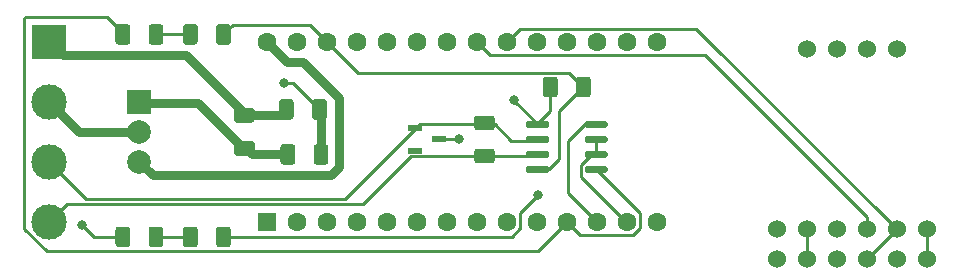
<source format=gbr>
%TF.GenerationSoftware,KiCad,Pcbnew,(5.1.6)-1*%
%TF.CreationDate,2022-04-26T10:23:00-04:00*%
%TF.ProjectId,rs485_5vreg_tray_short_v2,72733438-355f-4357-9672-65675f747261,v2*%
%TF.SameCoordinates,Original*%
%TF.FileFunction,Copper,L1,Top*%
%TF.FilePolarity,Positive*%
%FSLAX46Y46*%
G04 Gerber Fmt 4.6, Leading zero omitted, Abs format (unit mm)*
G04 Created by KiCad (PCBNEW (5.1.6)-1) date 2022-04-26 10:23:00*
%MOMM*%
%LPD*%
G01*
G04 APERTURE LIST*
%TA.AperFunction,ComponentPad*%
%ADD10C,1.524000*%
%TD*%
%TA.AperFunction,SMDPad,CuDef*%
%ADD11R,1.300000X0.600000*%
%TD*%
%TA.AperFunction,ComponentPad*%
%ADD12C,3.000000*%
%TD*%
%TA.AperFunction,ComponentPad*%
%ADD13R,3.000000X3.000000*%
%TD*%
%TA.AperFunction,ComponentPad*%
%ADD14R,2.000000X2.000000*%
%TD*%
%TA.AperFunction,ComponentPad*%
%ADD15C,2.000000*%
%TD*%
%TA.AperFunction,ComponentPad*%
%ADD16C,1.600000*%
%TD*%
%TA.AperFunction,ComponentPad*%
%ADD17R,1.600000X1.600000*%
%TD*%
%TA.AperFunction,ViaPad*%
%ADD18C,0.800000*%
%TD*%
%TA.AperFunction,Conductor*%
%ADD19C,0.800000*%
%TD*%
%TA.AperFunction,Conductor*%
%ADD20C,0.250000*%
%TD*%
G04 APERTURE END LIST*
D10*
%TO.P,BNO055 IMU,1*%
%TO.N,+5V*%
X116840000Y-123190000D03*
%TO.P,BNO055 IMU,2*%
%TO.N,Net-(U4-Pad2)*%
X119380000Y-123190000D03*
%TO.P,BNO055 IMU,3*%
%TO.N,GND*%
X121920000Y-123190000D03*
%TO.P,BNO055 IMU,4*%
%TO.N,/SDA0*%
X124460000Y-123190000D03*
%TO.P,BNO055 IMU,5*%
%TO.N,/SCL0*%
X127000000Y-123190000D03*
%TO.P,BNO055 IMU,6*%
%TO.N,Net-(U4-Pad6)*%
X129540000Y-123190000D03*
%TO.P,BNO055 IMU,7*%
%TO.N,Net-(U4-Pad7)*%
X119380000Y-105410000D03*
%TO.P,BNO055 IMU,8*%
%TO.N,Net-(U4-Pad8)*%
X121920000Y-105410000D03*
%TO.P,BNO055 IMU,9*%
%TO.N,Net-(U4-Pad9)*%
X124460000Y-105410000D03*
%TO.P,BNO055 IMU,10*%
%TO.N,Net-(U4-Pad10)*%
X127000000Y-105410000D03*
%TO.P,BNO055 IMU,1*%
%TO.N,+5V*%
X116840000Y-120650000D03*
%TO.P,BNO055 IMU,2*%
%TO.N,Net-(U4-Pad2)*%
X119380000Y-120650000D03*
%TO.P,BNO055 IMU,3*%
%TO.N,GND*%
X121920000Y-120650000D03*
%TO.P,BNO055 IMU,5*%
%TO.N,/SCL0*%
X124460000Y-120650000D03*
%TO.P,BNO055 IMU,4*%
%TO.N,/SDA0*%
X127000000Y-120650000D03*
%TO.P,BNO055 IMU,6*%
%TO.N,Net-(U4-Pad6)*%
X129540000Y-120650000D03*
%TD*%
%TO.P,C1,1*%
%TO.N,/12V*%
%TA.AperFunction,SMDPad,CuDef*%
G36*
G01*
X74680000Y-111115000D02*
X74680000Y-109865000D01*
G75*
G02*
X74930000Y-109615000I250000J0D01*
G01*
X75680000Y-109615000D01*
G75*
G02*
X75930000Y-109865000I0J-250000D01*
G01*
X75930000Y-111115000D01*
G75*
G02*
X75680000Y-111365000I-250000J0D01*
G01*
X74930000Y-111365000D01*
G75*
G02*
X74680000Y-111115000I0J250000D01*
G01*
G37*
%TD.AperFunction*%
%TO.P,C1,2*%
%TO.N,GND*%
%TA.AperFunction,SMDPad,CuDef*%
G36*
G01*
X77480000Y-111115000D02*
X77480000Y-109865000D01*
G75*
G02*
X77730000Y-109615000I250000J0D01*
G01*
X78480000Y-109615000D01*
G75*
G02*
X78730000Y-109865000I0J-250000D01*
G01*
X78730000Y-111115000D01*
G75*
G02*
X78480000Y-111365000I-250000J0D01*
G01*
X77730000Y-111365000D01*
G75*
G02*
X77480000Y-111115000I0J250000D01*
G01*
G37*
%TD.AperFunction*%
%TD*%
%TO.P,C2,2*%
%TO.N,GND*%
%TA.AperFunction,SMDPad,CuDef*%
G36*
G01*
X77610000Y-114925000D02*
X77610000Y-113675000D01*
G75*
G02*
X77860000Y-113425000I250000J0D01*
G01*
X78610000Y-113425000D01*
G75*
G02*
X78860000Y-113675000I0J-250000D01*
G01*
X78860000Y-114925000D01*
G75*
G02*
X78610000Y-115175000I-250000J0D01*
G01*
X77860000Y-115175000D01*
G75*
G02*
X77610000Y-114925000I0J250000D01*
G01*
G37*
%TD.AperFunction*%
%TO.P,C2,1*%
%TO.N,Net-(C2-Pad1)*%
%TA.AperFunction,SMDPad,CuDef*%
G36*
G01*
X74810000Y-114925000D02*
X74810000Y-113675000D01*
G75*
G02*
X75060000Y-113425000I250000J0D01*
G01*
X75810000Y-113425000D01*
G75*
G02*
X76060000Y-113675000I0J-250000D01*
G01*
X76060000Y-114925000D01*
G75*
G02*
X75810000Y-115175000I-250000J0D01*
G01*
X75060000Y-115175000D01*
G75*
G02*
X74810000Y-114925000I0J250000D01*
G01*
G37*
%TD.AperFunction*%
%TD*%
%TO.P,C3,1*%
%TO.N,GND*%
%TA.AperFunction,SMDPad,CuDef*%
G36*
G01*
X97035000Y-109210000D02*
X97035000Y-107960000D01*
G75*
G02*
X97285000Y-107710000I250000J0D01*
G01*
X98035000Y-107710000D01*
G75*
G02*
X98285000Y-107960000I0J-250000D01*
G01*
X98285000Y-109210000D01*
G75*
G02*
X98035000Y-109460000I-250000J0D01*
G01*
X97285000Y-109460000D01*
G75*
G02*
X97035000Y-109210000I0J250000D01*
G01*
G37*
%TD.AperFunction*%
%TO.P,C3,2*%
%TO.N,+3V3*%
%TA.AperFunction,SMDPad,CuDef*%
G36*
G01*
X99835000Y-109210000D02*
X99835000Y-107960000D01*
G75*
G02*
X100085000Y-107710000I250000J0D01*
G01*
X100835000Y-107710000D01*
G75*
G02*
X101085000Y-107960000I0J-250000D01*
G01*
X101085000Y-109210000D01*
G75*
G02*
X100835000Y-109460000I-250000J0D01*
G01*
X100085000Y-109460000D01*
G75*
G02*
X99835000Y-109210000I0J250000D01*
G01*
G37*
%TD.AperFunction*%
%TD*%
D11*
%TO.P,TVSDIODE,3*%
%TO.N,GND*%
X88265000Y-113030000D03*
%TO.P,TVSDIODE,2*%
%TO.N,/B*%
X86165000Y-113980000D03*
%TO.P,TVSDIODE,1*%
%TO.N,/A*%
X86165000Y-112080000D03*
%TD*%
D12*
%TO.P,J1,4*%
%TO.N,/B*%
X55245000Y-120015000D03*
D13*
%TO.P,J1,1*%
%TO.N,/12V*%
X55245000Y-104775000D03*
D12*
%TO.P,J1,3*%
%TO.N,/A*%
X55245000Y-114935000D03*
%TO.P,J1,2*%
%TO.N,GND*%
X55245000Y-109855000D03*
%TD*%
%TO.P,L1,1*%
%TO.N,Net-(C2-Pad1)*%
%TA.AperFunction,SMDPad,CuDef*%
G36*
G01*
X72380000Y-114420000D02*
X71130000Y-114420000D01*
G75*
G02*
X70880000Y-114170000I0J250000D01*
G01*
X70880000Y-113420000D01*
G75*
G02*
X71130000Y-113170000I250000J0D01*
G01*
X72380000Y-113170000D01*
G75*
G02*
X72630000Y-113420000I0J-250000D01*
G01*
X72630000Y-114170000D01*
G75*
G02*
X72380000Y-114420000I-250000J0D01*
G01*
G37*
%TD.AperFunction*%
%TO.P,L1,2*%
%TO.N,/12V*%
%TA.AperFunction,SMDPad,CuDef*%
G36*
G01*
X72380000Y-111620000D02*
X71130000Y-111620000D01*
G75*
G02*
X70880000Y-111370000I0J250000D01*
G01*
X70880000Y-110620000D01*
G75*
G02*
X71130000Y-110370000I250000J0D01*
G01*
X72380000Y-110370000D01*
G75*
G02*
X72630000Y-110620000I0J-250000D01*
G01*
X72630000Y-111370000D01*
G75*
G02*
X72380000Y-111620000I-250000J0D01*
G01*
G37*
%TD.AperFunction*%
%TD*%
%TO.P,R1,1*%
%TO.N,Net-(R1-Pad1)*%
%TA.AperFunction,SMDPad,CuDef*%
G36*
G01*
X64890000Y-103515000D02*
X64890000Y-104765000D01*
G75*
G02*
X64640000Y-105015000I-250000J0D01*
G01*
X63890000Y-105015000D01*
G75*
G02*
X63640000Y-104765000I0J250000D01*
G01*
X63640000Y-103515000D01*
G75*
G02*
X63890000Y-103265000I250000J0D01*
G01*
X64640000Y-103265000D01*
G75*
G02*
X64890000Y-103515000I0J-250000D01*
G01*
G37*
%TD.AperFunction*%
%TO.P,R1,2*%
%TO.N,/RX*%
%TA.AperFunction,SMDPad,CuDef*%
G36*
G01*
X62090000Y-103515000D02*
X62090000Y-104765000D01*
G75*
G02*
X61840000Y-105015000I-250000J0D01*
G01*
X61090000Y-105015000D01*
G75*
G02*
X60840000Y-104765000I0J250000D01*
G01*
X60840000Y-103515000D01*
G75*
G02*
X61090000Y-103265000I250000J0D01*
G01*
X61840000Y-103265000D01*
G75*
G02*
X62090000Y-103515000I0J-250000D01*
G01*
G37*
%TD.AperFunction*%
%TD*%
%TO.P,R2,2*%
%TO.N,/RTS*%
%TA.AperFunction,SMDPad,CuDef*%
G36*
G01*
X69355000Y-121910000D02*
X69355000Y-120660000D01*
G75*
G02*
X69605000Y-120410000I250000J0D01*
G01*
X70355000Y-120410000D01*
G75*
G02*
X70605000Y-120660000I0J-250000D01*
G01*
X70605000Y-121910000D01*
G75*
G02*
X70355000Y-122160000I-250000J0D01*
G01*
X69605000Y-122160000D01*
G75*
G02*
X69355000Y-121910000I0J250000D01*
G01*
G37*
%TD.AperFunction*%
%TO.P,R2,1*%
%TO.N,Net-(R2-Pad1)*%
%TA.AperFunction,SMDPad,CuDef*%
G36*
G01*
X66555000Y-121910000D02*
X66555000Y-120660000D01*
G75*
G02*
X66805000Y-120410000I250000J0D01*
G01*
X67555000Y-120410000D01*
G75*
G02*
X67805000Y-120660000I0J-250000D01*
G01*
X67805000Y-121910000D01*
G75*
G02*
X67555000Y-122160000I-250000J0D01*
G01*
X66805000Y-122160000D01*
G75*
G02*
X66555000Y-121910000I0J250000D01*
G01*
G37*
%TD.AperFunction*%
%TD*%
%TO.P,TERM,1*%
%TO.N,/A*%
%TA.AperFunction,SMDPad,CuDef*%
G36*
G01*
X91450000Y-111005000D02*
X92700000Y-111005000D01*
G75*
G02*
X92950000Y-111255000I0J-250000D01*
G01*
X92950000Y-112005000D01*
G75*
G02*
X92700000Y-112255000I-250000J0D01*
G01*
X91450000Y-112255000D01*
G75*
G02*
X91200000Y-112005000I0J250000D01*
G01*
X91200000Y-111255000D01*
G75*
G02*
X91450000Y-111005000I250000J0D01*
G01*
G37*
%TD.AperFunction*%
%TO.P,TERM,2*%
%TO.N,/B*%
%TA.AperFunction,SMDPad,CuDef*%
G36*
G01*
X91450000Y-113805000D02*
X92700000Y-113805000D01*
G75*
G02*
X92950000Y-114055000I0J-250000D01*
G01*
X92950000Y-114805000D01*
G75*
G02*
X92700000Y-115055000I-250000J0D01*
G01*
X91450000Y-115055000D01*
G75*
G02*
X91200000Y-114805000I0J250000D01*
G01*
X91200000Y-114055000D01*
G75*
G02*
X91450000Y-113805000I250000J0D01*
G01*
G37*
%TD.AperFunction*%
%TD*%
D14*
%TO.P,DC/DC,1*%
%TO.N,Net-(C2-Pad1)*%
X62865000Y-109855000D03*
D15*
%TO.P,DC/DC,2*%
%TO.N,GND*%
X62865000Y-112395000D03*
%TO.P,DC/DC,3*%
%TO.N,+5V*%
X62865000Y-114935000D03*
%TD*%
%TO.P,RECV,1*%
%TO.N,Net-(R1-Pad1)*%
%TA.AperFunction,SMDPad,CuDef*%
G36*
G01*
X66555000Y-104765000D02*
X66555000Y-103515000D01*
G75*
G02*
X66805000Y-103265000I250000J0D01*
G01*
X67555000Y-103265000D01*
G75*
G02*
X67805000Y-103515000I0J-250000D01*
G01*
X67805000Y-104765000D01*
G75*
G02*
X67555000Y-105015000I-250000J0D01*
G01*
X66805000Y-105015000D01*
G75*
G02*
X66555000Y-104765000I0J250000D01*
G01*
G37*
%TD.AperFunction*%
%TO.P,RECV,2*%
%TO.N,+3V3*%
%TA.AperFunction,SMDPad,CuDef*%
G36*
G01*
X69355000Y-104765000D02*
X69355000Y-103515000D01*
G75*
G02*
X69605000Y-103265000I250000J0D01*
G01*
X70355000Y-103265000D01*
G75*
G02*
X70605000Y-103515000I0J-250000D01*
G01*
X70605000Y-104765000D01*
G75*
G02*
X70355000Y-105015000I-250000J0D01*
G01*
X69605000Y-105015000D01*
G75*
G02*
X69355000Y-104765000I0J250000D01*
G01*
G37*
%TD.AperFunction*%
%TD*%
%TO.P,SEND,2*%
%TO.N,Net-(R2-Pad1)*%
%TA.AperFunction,SMDPad,CuDef*%
G36*
G01*
X63640000Y-121910000D02*
X63640000Y-120660000D01*
G75*
G02*
X63890000Y-120410000I250000J0D01*
G01*
X64640000Y-120410000D01*
G75*
G02*
X64890000Y-120660000I0J-250000D01*
G01*
X64890000Y-121910000D01*
G75*
G02*
X64640000Y-122160000I-250000J0D01*
G01*
X63890000Y-122160000D01*
G75*
G02*
X63640000Y-121910000I0J250000D01*
G01*
G37*
%TD.AperFunction*%
%TO.P,SEND,1*%
%TO.N,GND*%
%TA.AperFunction,SMDPad,CuDef*%
G36*
G01*
X60840000Y-121910000D02*
X60840000Y-120660000D01*
G75*
G02*
X61090000Y-120410000I250000J0D01*
G01*
X61840000Y-120410000D01*
G75*
G02*
X62090000Y-120660000I0J-250000D01*
G01*
X62090000Y-121910000D01*
G75*
G02*
X61840000Y-122160000I-250000J0D01*
G01*
X61090000Y-122160000D01*
G75*
G02*
X60840000Y-121910000I0J250000D01*
G01*
G37*
%TD.AperFunction*%
%TD*%
D16*
%TO.P,TEENSYLC,20*%
%TO.N,Net-(U1-Pad20)*%
X106680000Y-104775000D03*
%TO.P,TEENSYLC,14*%
%TO.N,Net-(U1-Pad14)*%
X106680000Y-120015000D03*
%TO.P,TEENSYLC,21*%
%TO.N,Net-(U1-Pad21)*%
X104140000Y-104775000D03*
%TO.P,TEENSYLC,22*%
%TO.N,Net-(U1-Pad22)*%
X101600000Y-104775000D03*
%TO.P,TEENSYLC,23*%
%TO.N,Net-(U1-Pad23)*%
X99060000Y-104775000D03*
%TO.P,TEENSYLC,24*%
%TO.N,Net-(U1-Pad24)*%
X96520000Y-104775000D03*
%TO.P,TEENSYLC,25*%
%TO.N,/SDA0*%
X93980000Y-104775000D03*
%TO.P,TEENSYLC,26*%
%TO.N,/SCL0*%
X91440000Y-104775000D03*
%TO.P,TEENSYLC,27*%
%TO.N,Net-(U1-Pad27)*%
X88900000Y-104775000D03*
%TO.P,TEENSYLC,28*%
%TO.N,Net-(U1-Pad28)*%
X86360000Y-104775000D03*
%TO.P,TEENSYLC,29*%
%TO.N,Net-(U1-Pad29)*%
X83820000Y-104775000D03*
%TO.P,TEENSYLC,30*%
%TO.N,Net-(U1-Pad30)*%
X81280000Y-104775000D03*
%TO.P,TEENSYLC,31*%
%TO.N,+3V3*%
X78740000Y-104775000D03*
%TO.P,TEENSYLC,32*%
%TO.N,Net-(U1-Pad32)*%
X76200000Y-104775000D03*
%TO.P,TEENSYLC,33*%
%TO.N,+5V*%
X73660000Y-104775000D03*
%TO.P,TEENSYLC,13*%
%TO.N,/RTS*%
X104140000Y-120015000D03*
%TO.P,TEENSYLC,12*%
%TO.N,/TX*%
X101600000Y-120015000D03*
%TO.P,TEENSYLC,11*%
%TO.N,/RX*%
X99060000Y-120015000D03*
%TO.P,TEENSYLC,10*%
%TO.N,Net-(U1-Pad10)*%
X96520000Y-120015000D03*
%TO.P,TEENSYLC,9*%
%TO.N,Net-(U1-Pad9)*%
X93980000Y-120015000D03*
%TO.P,TEENSYLC,8*%
%TO.N,Net-(U1-Pad8)*%
X91440000Y-120015000D03*
%TO.P,TEENSYLC,7*%
%TO.N,Net-(U1-Pad7)*%
X88900000Y-120015000D03*
%TO.P,TEENSYLC,6*%
%TO.N,Net-(U1-Pad6)*%
X86360000Y-120015000D03*
%TO.P,TEENSYLC,5*%
%TO.N,Net-(U1-Pad5)*%
X83820000Y-120015000D03*
%TO.P,TEENSYLC,4*%
%TO.N,Net-(U1-Pad4)*%
X81280000Y-120015000D03*
%TO.P,TEENSYLC,3*%
%TO.N,Net-(U1-Pad3)*%
X78740000Y-120015000D03*
%TO.P,TEENSYLC,2*%
%TO.N,Net-(U1-Pad2)*%
X76200000Y-120015000D03*
D17*
%TO.P,TEENSYLC,1*%
%TO.N,GND*%
X73660000Y-120015000D03*
%TD*%
%TO.P,RS485,1*%
%TO.N,/RX*%
%TA.AperFunction,SMDPad,CuDef*%
G36*
G01*
X102510000Y-115420000D02*
X102510000Y-115720000D01*
G75*
G02*
X102360000Y-115870000I-150000J0D01*
G01*
X100710000Y-115870000D01*
G75*
G02*
X100560000Y-115720000I0J150000D01*
G01*
X100560000Y-115420000D01*
G75*
G02*
X100710000Y-115270000I150000J0D01*
G01*
X102360000Y-115270000D01*
G75*
G02*
X102510000Y-115420000I0J-150000D01*
G01*
G37*
%TD.AperFunction*%
%TO.P,RS485,2*%
%TO.N,/RTS*%
%TA.AperFunction,SMDPad,CuDef*%
G36*
G01*
X102510000Y-114150000D02*
X102510000Y-114450000D01*
G75*
G02*
X102360000Y-114600000I-150000J0D01*
G01*
X100710000Y-114600000D01*
G75*
G02*
X100560000Y-114450000I0J150000D01*
G01*
X100560000Y-114150000D01*
G75*
G02*
X100710000Y-114000000I150000J0D01*
G01*
X102360000Y-114000000D01*
G75*
G02*
X102510000Y-114150000I0J-150000D01*
G01*
G37*
%TD.AperFunction*%
%TO.P,RS485,3*%
%TA.AperFunction,SMDPad,CuDef*%
G36*
G01*
X102510000Y-112880000D02*
X102510000Y-113180000D01*
G75*
G02*
X102360000Y-113330000I-150000J0D01*
G01*
X100710000Y-113330000D01*
G75*
G02*
X100560000Y-113180000I0J150000D01*
G01*
X100560000Y-112880000D01*
G75*
G02*
X100710000Y-112730000I150000J0D01*
G01*
X102360000Y-112730000D01*
G75*
G02*
X102510000Y-112880000I0J-150000D01*
G01*
G37*
%TD.AperFunction*%
%TO.P,RS485,4*%
%TO.N,/TX*%
%TA.AperFunction,SMDPad,CuDef*%
G36*
G01*
X102510000Y-111610000D02*
X102510000Y-111910000D01*
G75*
G02*
X102360000Y-112060000I-150000J0D01*
G01*
X100710000Y-112060000D01*
G75*
G02*
X100560000Y-111910000I0J150000D01*
G01*
X100560000Y-111610000D01*
G75*
G02*
X100710000Y-111460000I150000J0D01*
G01*
X102360000Y-111460000D01*
G75*
G02*
X102510000Y-111610000I0J-150000D01*
G01*
G37*
%TD.AperFunction*%
%TO.P,RS485,5*%
%TO.N,GND*%
%TA.AperFunction,SMDPad,CuDef*%
G36*
G01*
X97560000Y-111610000D02*
X97560000Y-111910000D01*
G75*
G02*
X97410000Y-112060000I-150000J0D01*
G01*
X95760000Y-112060000D01*
G75*
G02*
X95610000Y-111910000I0J150000D01*
G01*
X95610000Y-111610000D01*
G75*
G02*
X95760000Y-111460000I150000J0D01*
G01*
X97410000Y-111460000D01*
G75*
G02*
X97560000Y-111610000I0J-150000D01*
G01*
G37*
%TD.AperFunction*%
%TO.P,RS485,6*%
%TO.N,/A*%
%TA.AperFunction,SMDPad,CuDef*%
G36*
G01*
X97560000Y-112880000D02*
X97560000Y-113180000D01*
G75*
G02*
X97410000Y-113330000I-150000J0D01*
G01*
X95760000Y-113330000D01*
G75*
G02*
X95610000Y-113180000I0J150000D01*
G01*
X95610000Y-112880000D01*
G75*
G02*
X95760000Y-112730000I150000J0D01*
G01*
X97410000Y-112730000D01*
G75*
G02*
X97560000Y-112880000I0J-150000D01*
G01*
G37*
%TD.AperFunction*%
%TO.P,RS485,7*%
%TO.N,/B*%
%TA.AperFunction,SMDPad,CuDef*%
G36*
G01*
X97560000Y-114150000D02*
X97560000Y-114450000D01*
G75*
G02*
X97410000Y-114600000I-150000J0D01*
G01*
X95760000Y-114600000D01*
G75*
G02*
X95610000Y-114450000I0J150000D01*
G01*
X95610000Y-114150000D01*
G75*
G02*
X95760000Y-114000000I150000J0D01*
G01*
X97410000Y-114000000D01*
G75*
G02*
X97560000Y-114150000I0J-150000D01*
G01*
G37*
%TD.AperFunction*%
%TO.P,RS485,8*%
%TO.N,+3V3*%
%TA.AperFunction,SMDPad,CuDef*%
G36*
G01*
X97560000Y-115420000D02*
X97560000Y-115720000D01*
G75*
G02*
X97410000Y-115870000I-150000J0D01*
G01*
X95760000Y-115870000D01*
G75*
G02*
X95610000Y-115720000I0J150000D01*
G01*
X95610000Y-115420000D01*
G75*
G02*
X95760000Y-115270000I150000J0D01*
G01*
X97410000Y-115270000D01*
G75*
G02*
X97560000Y-115420000I0J-150000D01*
G01*
G37*
%TD.AperFunction*%
%TD*%
D18*
%TO.N,GND*%
X89916000Y-113030000D03*
X94615000Y-109728000D03*
X58039000Y-120269000D03*
X75107999Y-108254999D03*
%TO.N,/RTS*%
X96647000Y-117729000D03*
%TD*%
D19*
%TO.N,/12V*%
X71755000Y-110995000D02*
X74933000Y-110995000D01*
X74933000Y-110995000D02*
X75311000Y-110617000D01*
X56385010Y-105915010D02*
X66799010Y-105915010D01*
X55245000Y-104775000D02*
X56385010Y-105915010D01*
X66799010Y-105915010D02*
X71882000Y-110998000D01*
%TO.N,GND*%
X78235000Y-114300000D02*
X78235000Y-110366000D01*
X78235000Y-110366000D02*
X78111000Y-110490000D01*
X55245000Y-109855000D02*
X57785000Y-112395000D01*
X57785000Y-112395000D02*
X62992000Y-112395000D01*
D20*
X97660000Y-108585000D02*
X97660000Y-110620000D01*
X97660000Y-110620000D02*
X96647000Y-111633000D01*
X88265000Y-113030000D02*
X89916000Y-113030000D01*
X96585000Y-111760000D02*
X94615000Y-109790000D01*
X94615000Y-109790000D02*
X94615000Y-109728000D01*
X61465000Y-121285000D02*
X59055000Y-121285000D01*
X59055000Y-121285000D02*
X58039000Y-120269000D01*
X75869999Y-108254999D02*
X75107999Y-108254999D01*
X78105000Y-110490000D02*
X75869999Y-108254999D01*
D19*
%TO.N,Net-(C2-Pad1)*%
X75435000Y-114300000D02*
X72390000Y-114300000D01*
X72390000Y-114300000D02*
X71755000Y-113665000D01*
X71755000Y-113795000D02*
X71631000Y-113795000D01*
X71631000Y-113795000D02*
X67818000Y-109982000D01*
X67818000Y-109982000D02*
X62992000Y-109982000D01*
D20*
%TO.N,+3V3*%
X70770001Y-103349999D02*
X77314999Y-103349999D01*
X69980000Y-104140000D02*
X70770001Y-103349999D01*
X77314999Y-103349999D02*
X78740000Y-104775000D01*
X81349990Y-107384990D02*
X99256990Y-107384990D01*
X78740000Y-104775000D02*
X81349990Y-107384990D01*
X96585000Y-115570000D02*
X97560000Y-115570000D01*
X100234990Y-108807010D02*
X100457000Y-108585000D01*
X100457000Y-108585000D02*
X99256990Y-107384990D01*
X97560000Y-115570000D02*
X98425000Y-114705000D01*
X98425000Y-114705000D02*
X98425000Y-110617000D01*
X98425000Y-110617000D02*
X100457000Y-108585000D01*
%TO.N,/B*%
X56744999Y-118515001D02*
X81763999Y-118515001D01*
X55245000Y-120015000D02*
X56744999Y-118515001D01*
X81763999Y-118515001D02*
X85852000Y-114427000D01*
X85852000Y-114427000D02*
X96393000Y-114427000D01*
X96393000Y-114427000D02*
X96520000Y-114300000D01*
%TO.N,/A*%
X55245000Y-114935000D02*
X58374991Y-118064991D01*
X58374991Y-118064991D02*
X80309009Y-118064991D01*
X80309009Y-118064991D02*
X86614000Y-111760000D01*
X86614000Y-111760000D02*
X92964000Y-111760000D01*
X92964000Y-111760000D02*
X94361000Y-113157000D01*
X94361000Y-113157000D02*
X96393000Y-113157000D01*
X92075000Y-111630000D02*
X92075000Y-111633000D01*
D19*
%TO.N,+5V*%
X64005010Y-116075010D02*
X79086352Y-116075010D01*
X62865000Y-114935000D02*
X64005010Y-116075010D01*
X79086352Y-116075010D02*
X79760010Y-115401352D01*
X79760010Y-115401352D02*
X79760010Y-109518648D01*
X76716363Y-106475001D02*
X75360001Y-106475001D01*
X79760010Y-109518648D02*
X76716363Y-106475001D01*
X75360001Y-106475001D02*
X73660000Y-104775000D01*
D20*
%TO.N,Net-(R1-Pad1)*%
X64265000Y-104140000D02*
X67183000Y-104140000D01*
%TO.N,/RX*%
X104680001Y-121140001D02*
X100185001Y-121140001D01*
X105265001Y-120555001D02*
X104680001Y-121140001D01*
X101535000Y-115570000D02*
X105265001Y-119300001D01*
X105265001Y-119300001D02*
X105265001Y-120555001D01*
X100185001Y-121140001D02*
X99187000Y-120142000D01*
X96589990Y-122485010D02*
X55014008Y-122485010D01*
X53244999Y-102649999D02*
X60104999Y-102649999D01*
X99060000Y-120015000D02*
X96589990Y-122485010D01*
X53119999Y-120591001D02*
X53119999Y-102774999D01*
X55014008Y-122485010D02*
X53119999Y-120591001D01*
X53119999Y-102774999D02*
X53244999Y-102649999D01*
X60104999Y-102649999D02*
X61468000Y-104013000D01*
%TO.N,/RTS*%
X101535000Y-113030000D02*
X101535000Y-114108000D01*
X101535000Y-114108000D02*
X101350232Y-114108000D01*
X100234990Y-115223242D02*
X100234990Y-116236990D01*
X101350232Y-114108000D02*
X100234990Y-115223242D01*
X100234990Y-116236990D02*
X104140000Y-120142000D01*
X95105001Y-119270999D02*
X96647000Y-117729000D01*
X95105001Y-120555001D02*
X95105001Y-119270999D01*
X69980000Y-121285000D02*
X94375002Y-121285000D01*
X94375002Y-121285000D02*
X95105001Y-120555001D01*
%TO.N,Net-(R2-Pad1)*%
X64265000Y-121285000D02*
X66929000Y-121285000D01*
X66929000Y-121285000D02*
X67056000Y-121158000D01*
%TO.N,/SDA0*%
X95105001Y-103649999D02*
X109999999Y-103649999D01*
X93980000Y-104775000D02*
X95105001Y-103649999D01*
X109999999Y-103649999D02*
X127000000Y-120650000D01*
X127000000Y-120650000D02*
X124460000Y-123190000D01*
%TO.N,/SCL0*%
X127000000Y-122936000D02*
X127000000Y-123190000D01*
X110787631Y-105900001D02*
X124460000Y-119572370D01*
X91440000Y-104775000D02*
X92565001Y-105900001D01*
X92565001Y-105900001D02*
X110787631Y-105900001D01*
X124460000Y-119572370D02*
X124460000Y-120650000D01*
%TO.N,/TX*%
X100560000Y-111760000D02*
X99187000Y-113133000D01*
X101535000Y-111760000D02*
X100560000Y-111760000D01*
X99187000Y-113133000D02*
X99187000Y-117602000D01*
X99187000Y-117602000D02*
X101600000Y-120015000D01*
%TO.N,Net-(U4-Pad2)*%
X119380000Y-120650000D02*
X119380000Y-123190000D01*
%TO.N,Net-(U4-Pad6)*%
X129540000Y-123190000D02*
X129540000Y-120650000D01*
X129540000Y-120650000D02*
X129540000Y-120523000D01*
%TD*%
M02*

</source>
